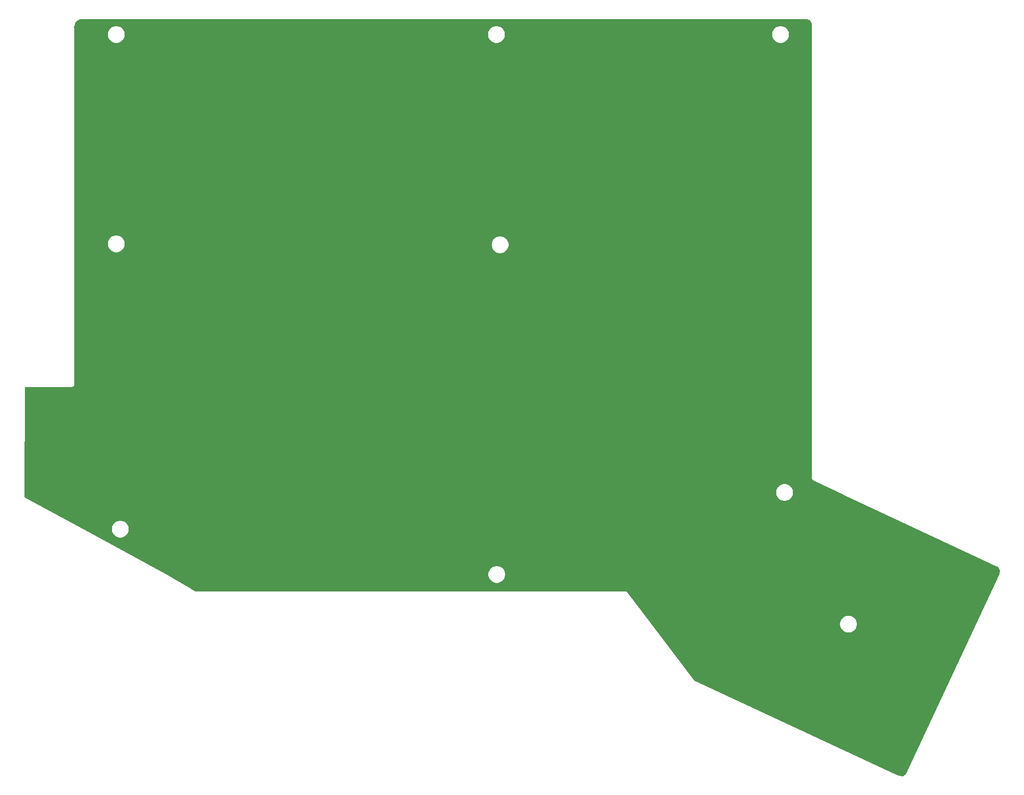
<source format=gbr>
G04 #@! TF.GenerationSoftware,KiCad,Pcbnew,(5.1.5)-3*
G04 #@! TF.CreationDate,2020-03-17T18:41:58+05:30*
G04 #@! TF.ProjectId,ergocape,6572676f-6361-4706-952e-6b696361645f,rev?*
G04 #@! TF.SameCoordinates,Original*
G04 #@! TF.FileFunction,Copper,L2,Bot*
G04 #@! TF.FilePolarity,Positive*
%FSLAX46Y46*%
G04 Gerber Fmt 4.6, Leading zero omitted, Abs format (unit mm)*
G04 Created by KiCad (PCBNEW (5.1.5)-3) date 2020-03-17 18:41:58*
%MOMM*%
%LPD*%
G04 APERTURE LIST*
%ADD10C,0.254000*%
G04 APERTURE END LIST*
D10*
G36*
X39347601Y-17728000D02*
G01*
X171379695Y-17728000D01*
X171613952Y-17750969D01*
X171817830Y-17812523D01*
X172005868Y-17912505D01*
X172170906Y-18047107D01*
X172306659Y-18211205D01*
X172407950Y-18398540D01*
X172470925Y-18601980D01*
X172495400Y-18834842D01*
X172495401Y-103212348D01*
X172492650Y-105145984D01*
X172491099Y-105156003D01*
X172492587Y-105190804D01*
X172492569Y-105203150D01*
X172493543Y-105213190D01*
X172494935Y-105245745D01*
X172497873Y-105257801D01*
X172499072Y-105270152D01*
X172508484Y-105301337D01*
X172516204Y-105333014D01*
X172521442Y-105344274D01*
X172525025Y-105356145D01*
X172540341Y-105384898D01*
X172554092Y-105414456D01*
X172561421Y-105424471D01*
X172567255Y-105435423D01*
X172587893Y-105460644D01*
X172607139Y-105486943D01*
X172616279Y-105495334D01*
X172624139Y-105504939D01*
X172649305Y-105525652D01*
X172673309Y-105547688D01*
X172683912Y-105554135D01*
X172693493Y-105562021D01*
X172722209Y-105577423D01*
X172730827Y-105582663D01*
X172741951Y-105588011D01*
X172772651Y-105604477D01*
X172782350Y-105607434D01*
X178580328Y-108394998D01*
X178582653Y-108396374D01*
X178600517Y-108404704D01*
X178618267Y-108413238D01*
X178620803Y-108414164D01*
X207647850Y-121949698D01*
X207841914Y-122064466D01*
X207993286Y-122199809D01*
X208115487Y-122361974D01*
X208203863Y-122544790D01*
X208255046Y-122741283D01*
X208267088Y-122943977D01*
X208239530Y-123145155D01*
X208166535Y-123357146D01*
X190527501Y-161184181D01*
X190412728Y-161378252D01*
X190277386Y-161529624D01*
X190115221Y-161651825D01*
X189932405Y-161740201D01*
X189814884Y-161770813D01*
X188939127Y-161618508D01*
X150261975Y-143583058D01*
X142059870Y-132736723D01*
X177822908Y-132736723D01*
X177822908Y-133077701D01*
X177889429Y-133412126D01*
X178019915Y-133727148D01*
X178209352Y-134010660D01*
X178450460Y-134251768D01*
X178733972Y-134441205D01*
X179048994Y-134571691D01*
X179383419Y-134638212D01*
X179724397Y-134638212D01*
X180058822Y-134571691D01*
X180373844Y-134441205D01*
X180657356Y-134251768D01*
X180898464Y-134010660D01*
X181087901Y-133727148D01*
X181218387Y-133412126D01*
X181284908Y-133077701D01*
X181284908Y-132736723D01*
X181218387Y-132402298D01*
X181087901Y-132087276D01*
X180898464Y-131803764D01*
X180657356Y-131562656D01*
X180373844Y-131373219D01*
X180058822Y-131242733D01*
X179724397Y-131176212D01*
X179383419Y-131176212D01*
X179048994Y-131242733D01*
X178733972Y-131373219D01*
X178450460Y-131562656D01*
X178209352Y-131803764D01*
X178019915Y-132087276D01*
X177889429Y-132402298D01*
X177822908Y-132736723D01*
X142059870Y-132736723D01*
X137535292Y-126753493D01*
X137530984Y-126745434D01*
X137508236Y-126717716D01*
X137500202Y-126707091D01*
X137494050Y-126700429D01*
X137474001Y-126675999D01*
X137463629Y-126667487D01*
X137454532Y-126657636D01*
X137428990Y-126639060D01*
X137404566Y-126619016D01*
X137392732Y-126612691D01*
X137381888Y-126604804D01*
X137353218Y-126591570D01*
X137325348Y-126576673D01*
X137312508Y-126572778D01*
X137300333Y-126567158D01*
X137269630Y-126559771D01*
X137239392Y-126550598D01*
X137226040Y-126549283D01*
X137213002Y-126546146D01*
X137181443Y-126544891D01*
X137172399Y-126544000D01*
X137159050Y-126544000D01*
X137123250Y-126542576D01*
X137114231Y-126544000D01*
X55244305Y-126544000D01*
X54099406Y-125857062D01*
X54097113Y-125855403D01*
X54080134Y-125845499D01*
X54063403Y-125835460D01*
X54060864Y-125834257D01*
X51043452Y-124074101D01*
X51038020Y-124070405D01*
X51024087Y-124062805D01*
X51010417Y-124054831D01*
X51004461Y-124052100D01*
X49577048Y-123273511D01*
X110855000Y-123273511D01*
X110855000Y-123614489D01*
X110921521Y-123948914D01*
X111052007Y-124263936D01*
X111241444Y-124547448D01*
X111482552Y-124788556D01*
X111766064Y-124977993D01*
X112081086Y-125108479D01*
X112415511Y-125175000D01*
X112756489Y-125175000D01*
X113090914Y-125108479D01*
X113405936Y-124977993D01*
X113689448Y-124788556D01*
X113930556Y-124547448D01*
X114119993Y-124263936D01*
X114250479Y-123948914D01*
X114317000Y-123614489D01*
X114317000Y-123273511D01*
X114250479Y-122939086D01*
X114119993Y-122624064D01*
X113930556Y-122340552D01*
X113689448Y-122099444D01*
X113405936Y-121910007D01*
X113090914Y-121779521D01*
X112756489Y-121713000D01*
X112415511Y-121713000D01*
X112081086Y-121779521D01*
X111766064Y-121910007D01*
X111482552Y-122099444D01*
X111241444Y-122340552D01*
X111052007Y-122624064D01*
X110921521Y-122939086D01*
X110855000Y-123273511D01*
X49577048Y-123273511D01*
X33744381Y-114637511D01*
X39163000Y-114637511D01*
X39163000Y-114978489D01*
X39229521Y-115312914D01*
X39360007Y-115627936D01*
X39549444Y-115911448D01*
X39790552Y-116152556D01*
X40074064Y-116341993D01*
X40389086Y-116472479D01*
X40723511Y-116539000D01*
X41064489Y-116539000D01*
X41398914Y-116472479D01*
X41713936Y-116341993D01*
X41997448Y-116152556D01*
X42238556Y-115911448D01*
X42427993Y-115627936D01*
X42558479Y-115312914D01*
X42625000Y-114978489D01*
X42625000Y-114637511D01*
X42558479Y-114303086D01*
X42427993Y-113988064D01*
X42238556Y-113704552D01*
X41997448Y-113463444D01*
X41713936Y-113274007D01*
X41398914Y-113143521D01*
X41064489Y-113077000D01*
X40723511Y-113077000D01*
X40389086Y-113143521D01*
X40074064Y-113274007D01*
X39790552Y-113463444D01*
X39549444Y-113704552D01*
X39360007Y-113988064D01*
X39229521Y-114303086D01*
X39163000Y-114637511D01*
X33744381Y-114637511D01*
X23090857Y-108826498D01*
X23083963Y-108822159D01*
X23071221Y-108815788D01*
X23058692Y-108808954D01*
X23051181Y-108805768D01*
X22808000Y-108684178D01*
X22808000Y-107652511D01*
X165655000Y-107652511D01*
X165655000Y-107993489D01*
X165721521Y-108327914D01*
X165852007Y-108642936D01*
X166041444Y-108926448D01*
X166282552Y-109167556D01*
X166566064Y-109356993D01*
X166881086Y-109487479D01*
X167215511Y-109554000D01*
X167556489Y-109554000D01*
X167890914Y-109487479D01*
X168205936Y-109356993D01*
X168489448Y-109167556D01*
X168730556Y-108926448D01*
X168919993Y-108642936D01*
X169050479Y-108327914D01*
X169117000Y-107993489D01*
X169117000Y-107652511D01*
X169050479Y-107318086D01*
X168919993Y-107003064D01*
X168730556Y-106719552D01*
X168489448Y-106478444D01*
X168205936Y-106289007D01*
X167890914Y-106158521D01*
X167556489Y-106092000D01*
X167215511Y-106092000D01*
X166881086Y-106158521D01*
X166566064Y-106289007D01*
X166282552Y-106478444D01*
X166041444Y-106719552D01*
X165852007Y-107003064D01*
X165721521Y-107318086D01*
X165655000Y-107652511D01*
X22808000Y-107652511D01*
X22808000Y-98197762D01*
X22826040Y-98138292D01*
X22833000Y-98067626D01*
X22833000Y-87857000D01*
X31726381Y-87857000D01*
X31749997Y-87859326D01*
X31773615Y-87857000D01*
X31773626Y-87857000D01*
X31844292Y-87850040D01*
X31934961Y-87822536D01*
X32018522Y-87777872D01*
X32091764Y-87717764D01*
X32151872Y-87644522D01*
X32196536Y-87560961D01*
X32224040Y-87470292D01*
X32233327Y-87376000D01*
X32230999Y-87352367D01*
X32231182Y-60281511D01*
X38401000Y-60281511D01*
X38401000Y-60622489D01*
X38467521Y-60956914D01*
X38598007Y-61271936D01*
X38787444Y-61555448D01*
X39028552Y-61796556D01*
X39312064Y-61985993D01*
X39627086Y-62116479D01*
X39961511Y-62183000D01*
X40302489Y-62183000D01*
X40636914Y-62116479D01*
X40951936Y-61985993D01*
X41235448Y-61796556D01*
X41476556Y-61555448D01*
X41665993Y-61271936D01*
X41796479Y-60956914D01*
X41863000Y-60622489D01*
X41863000Y-60472011D01*
X111489000Y-60472011D01*
X111489000Y-60812989D01*
X111555521Y-61147414D01*
X111686007Y-61462436D01*
X111875444Y-61745948D01*
X112116552Y-61987056D01*
X112400064Y-62176493D01*
X112715086Y-62306979D01*
X113049511Y-62373500D01*
X113390489Y-62373500D01*
X113724914Y-62306979D01*
X114039936Y-62176493D01*
X114323448Y-61987056D01*
X114564556Y-61745948D01*
X114753993Y-61462436D01*
X114884479Y-61147414D01*
X114951000Y-60812989D01*
X114951000Y-60472011D01*
X114884479Y-60137586D01*
X114753993Y-59822564D01*
X114564556Y-59539052D01*
X114323448Y-59297944D01*
X114039936Y-59108507D01*
X113724914Y-58978021D01*
X113390489Y-58911500D01*
X113049511Y-58911500D01*
X112715086Y-58978021D01*
X112400064Y-59108507D01*
X112116552Y-59297944D01*
X111875444Y-59539052D01*
X111686007Y-59822564D01*
X111555521Y-60137586D01*
X111489000Y-60472011D01*
X41863000Y-60472011D01*
X41863000Y-60281511D01*
X41796479Y-59947086D01*
X41665993Y-59632064D01*
X41476556Y-59348552D01*
X41235448Y-59107444D01*
X40951936Y-58918007D01*
X40636914Y-58787521D01*
X40302489Y-58721000D01*
X39961511Y-58721000D01*
X39627086Y-58787521D01*
X39312064Y-58918007D01*
X39028552Y-59107444D01*
X38787444Y-59348552D01*
X38598007Y-59632064D01*
X38467521Y-59947086D01*
X38401000Y-60281511D01*
X32231182Y-60281511D01*
X32231453Y-20403511D01*
X38401000Y-20403511D01*
X38401000Y-20744489D01*
X38467521Y-21078914D01*
X38598007Y-21393936D01*
X38787444Y-21677448D01*
X39028552Y-21918556D01*
X39312064Y-22107993D01*
X39627086Y-22238479D01*
X39961511Y-22305000D01*
X40302489Y-22305000D01*
X40636914Y-22238479D01*
X40951936Y-22107993D01*
X41235448Y-21918556D01*
X41476556Y-21677448D01*
X41665993Y-21393936D01*
X41796479Y-21078914D01*
X41863000Y-20744489D01*
X41863000Y-20403511D01*
X110791000Y-20403511D01*
X110791000Y-20744489D01*
X110857521Y-21078914D01*
X110988007Y-21393936D01*
X111177444Y-21677448D01*
X111418552Y-21918556D01*
X111702064Y-22107993D01*
X112017086Y-22238479D01*
X112351511Y-22305000D01*
X112692489Y-22305000D01*
X113026914Y-22238479D01*
X113341936Y-22107993D01*
X113625448Y-21918556D01*
X113866556Y-21677448D01*
X114055993Y-21393936D01*
X114186479Y-21078914D01*
X114253000Y-20744489D01*
X114253000Y-20403511D01*
X164893000Y-20403511D01*
X164893000Y-20744489D01*
X164959521Y-21078914D01*
X165090007Y-21393936D01*
X165279444Y-21677448D01*
X165520552Y-21918556D01*
X165804064Y-22107993D01*
X166119086Y-22238479D01*
X166453511Y-22305000D01*
X166794489Y-22305000D01*
X167128914Y-22238479D01*
X167443936Y-22107993D01*
X167727448Y-21918556D01*
X167968556Y-21677448D01*
X168157993Y-21393936D01*
X168288479Y-21078914D01*
X168355000Y-20744489D01*
X168355000Y-20403511D01*
X168288479Y-20069086D01*
X168157993Y-19754064D01*
X167968556Y-19470552D01*
X167727448Y-19229444D01*
X167443936Y-19040007D01*
X167128914Y-18909521D01*
X166794489Y-18843000D01*
X166453511Y-18843000D01*
X166119086Y-18909521D01*
X165804064Y-19040007D01*
X165520552Y-19229444D01*
X165279444Y-19470552D01*
X165090007Y-19754064D01*
X164959521Y-20069086D01*
X164893000Y-20403511D01*
X114253000Y-20403511D01*
X114186479Y-20069086D01*
X114055993Y-19754064D01*
X113866556Y-19470552D01*
X113625448Y-19229444D01*
X113341936Y-19040007D01*
X113026914Y-18909521D01*
X112692489Y-18843000D01*
X112351511Y-18843000D01*
X112017086Y-18909521D01*
X111702064Y-19040007D01*
X111418552Y-19229444D01*
X111177444Y-19470552D01*
X110988007Y-19754064D01*
X110857521Y-20069086D01*
X110791000Y-20403511D01*
X41863000Y-20403511D01*
X41796479Y-20069086D01*
X41665993Y-19754064D01*
X41476556Y-19470552D01*
X41235448Y-19229444D01*
X40951936Y-19040007D01*
X40636914Y-18909521D01*
X40302489Y-18843000D01*
X39961511Y-18843000D01*
X39627086Y-18909521D01*
X39312064Y-19040007D01*
X39028552Y-19229444D01*
X38787444Y-19470552D01*
X38598007Y-19754064D01*
X38467521Y-20069086D01*
X38401000Y-20403511D01*
X32231453Y-20403511D01*
X32231461Y-19330538D01*
X32224501Y-19259872D01*
X32216509Y-19233526D01*
X32230930Y-19036483D01*
X32312430Y-18740306D01*
X32449904Y-18465604D01*
X32638123Y-18222829D01*
X32869907Y-18021240D01*
X33136432Y-17868511D01*
X33427551Y-17770458D01*
X33752210Y-17728209D01*
X33761642Y-17728001D01*
X39347591Y-17727999D01*
X39347601Y-17728000D01*
G37*
X39347601Y-17728000D02*
X171379695Y-17728000D01*
X171613952Y-17750969D01*
X171817830Y-17812523D01*
X172005868Y-17912505D01*
X172170906Y-18047107D01*
X172306659Y-18211205D01*
X172407950Y-18398540D01*
X172470925Y-18601980D01*
X172495400Y-18834842D01*
X172495401Y-103212348D01*
X172492650Y-105145984D01*
X172491099Y-105156003D01*
X172492587Y-105190804D01*
X172492569Y-105203150D01*
X172493543Y-105213190D01*
X172494935Y-105245745D01*
X172497873Y-105257801D01*
X172499072Y-105270152D01*
X172508484Y-105301337D01*
X172516204Y-105333014D01*
X172521442Y-105344274D01*
X172525025Y-105356145D01*
X172540341Y-105384898D01*
X172554092Y-105414456D01*
X172561421Y-105424471D01*
X172567255Y-105435423D01*
X172587893Y-105460644D01*
X172607139Y-105486943D01*
X172616279Y-105495334D01*
X172624139Y-105504939D01*
X172649305Y-105525652D01*
X172673309Y-105547688D01*
X172683912Y-105554135D01*
X172693493Y-105562021D01*
X172722209Y-105577423D01*
X172730827Y-105582663D01*
X172741951Y-105588011D01*
X172772651Y-105604477D01*
X172782350Y-105607434D01*
X178580328Y-108394998D01*
X178582653Y-108396374D01*
X178600517Y-108404704D01*
X178618267Y-108413238D01*
X178620803Y-108414164D01*
X207647850Y-121949698D01*
X207841914Y-122064466D01*
X207993286Y-122199809D01*
X208115487Y-122361974D01*
X208203863Y-122544790D01*
X208255046Y-122741283D01*
X208267088Y-122943977D01*
X208239530Y-123145155D01*
X208166535Y-123357146D01*
X190527501Y-161184181D01*
X190412728Y-161378252D01*
X190277386Y-161529624D01*
X190115221Y-161651825D01*
X189932405Y-161740201D01*
X189814884Y-161770813D01*
X188939127Y-161618508D01*
X150261975Y-143583058D01*
X142059870Y-132736723D01*
X177822908Y-132736723D01*
X177822908Y-133077701D01*
X177889429Y-133412126D01*
X178019915Y-133727148D01*
X178209352Y-134010660D01*
X178450460Y-134251768D01*
X178733972Y-134441205D01*
X179048994Y-134571691D01*
X179383419Y-134638212D01*
X179724397Y-134638212D01*
X180058822Y-134571691D01*
X180373844Y-134441205D01*
X180657356Y-134251768D01*
X180898464Y-134010660D01*
X181087901Y-133727148D01*
X181218387Y-133412126D01*
X181284908Y-133077701D01*
X181284908Y-132736723D01*
X181218387Y-132402298D01*
X181087901Y-132087276D01*
X180898464Y-131803764D01*
X180657356Y-131562656D01*
X180373844Y-131373219D01*
X180058822Y-131242733D01*
X179724397Y-131176212D01*
X179383419Y-131176212D01*
X179048994Y-131242733D01*
X178733972Y-131373219D01*
X178450460Y-131562656D01*
X178209352Y-131803764D01*
X178019915Y-132087276D01*
X177889429Y-132402298D01*
X177822908Y-132736723D01*
X142059870Y-132736723D01*
X137535292Y-126753493D01*
X137530984Y-126745434D01*
X137508236Y-126717716D01*
X137500202Y-126707091D01*
X137494050Y-126700429D01*
X137474001Y-126675999D01*
X137463629Y-126667487D01*
X137454532Y-126657636D01*
X137428990Y-126639060D01*
X137404566Y-126619016D01*
X137392732Y-126612691D01*
X137381888Y-126604804D01*
X137353218Y-126591570D01*
X137325348Y-126576673D01*
X137312508Y-126572778D01*
X137300333Y-126567158D01*
X137269630Y-126559771D01*
X137239392Y-126550598D01*
X137226040Y-126549283D01*
X137213002Y-126546146D01*
X137181443Y-126544891D01*
X137172399Y-126544000D01*
X137159050Y-126544000D01*
X137123250Y-126542576D01*
X137114231Y-126544000D01*
X55244305Y-126544000D01*
X54099406Y-125857062D01*
X54097113Y-125855403D01*
X54080134Y-125845499D01*
X54063403Y-125835460D01*
X54060864Y-125834257D01*
X51043452Y-124074101D01*
X51038020Y-124070405D01*
X51024087Y-124062805D01*
X51010417Y-124054831D01*
X51004461Y-124052100D01*
X49577048Y-123273511D01*
X110855000Y-123273511D01*
X110855000Y-123614489D01*
X110921521Y-123948914D01*
X111052007Y-124263936D01*
X111241444Y-124547448D01*
X111482552Y-124788556D01*
X111766064Y-124977993D01*
X112081086Y-125108479D01*
X112415511Y-125175000D01*
X112756489Y-125175000D01*
X113090914Y-125108479D01*
X113405936Y-124977993D01*
X113689448Y-124788556D01*
X113930556Y-124547448D01*
X114119993Y-124263936D01*
X114250479Y-123948914D01*
X114317000Y-123614489D01*
X114317000Y-123273511D01*
X114250479Y-122939086D01*
X114119993Y-122624064D01*
X113930556Y-122340552D01*
X113689448Y-122099444D01*
X113405936Y-121910007D01*
X113090914Y-121779521D01*
X112756489Y-121713000D01*
X112415511Y-121713000D01*
X112081086Y-121779521D01*
X111766064Y-121910007D01*
X111482552Y-122099444D01*
X111241444Y-122340552D01*
X111052007Y-122624064D01*
X110921521Y-122939086D01*
X110855000Y-123273511D01*
X49577048Y-123273511D01*
X33744381Y-114637511D01*
X39163000Y-114637511D01*
X39163000Y-114978489D01*
X39229521Y-115312914D01*
X39360007Y-115627936D01*
X39549444Y-115911448D01*
X39790552Y-116152556D01*
X40074064Y-116341993D01*
X40389086Y-116472479D01*
X40723511Y-116539000D01*
X41064489Y-116539000D01*
X41398914Y-116472479D01*
X41713936Y-116341993D01*
X41997448Y-116152556D01*
X42238556Y-115911448D01*
X42427993Y-115627936D01*
X42558479Y-115312914D01*
X42625000Y-114978489D01*
X42625000Y-114637511D01*
X42558479Y-114303086D01*
X42427993Y-113988064D01*
X42238556Y-113704552D01*
X41997448Y-113463444D01*
X41713936Y-113274007D01*
X41398914Y-113143521D01*
X41064489Y-113077000D01*
X40723511Y-113077000D01*
X40389086Y-113143521D01*
X40074064Y-113274007D01*
X39790552Y-113463444D01*
X39549444Y-113704552D01*
X39360007Y-113988064D01*
X39229521Y-114303086D01*
X39163000Y-114637511D01*
X33744381Y-114637511D01*
X23090857Y-108826498D01*
X23083963Y-108822159D01*
X23071221Y-108815788D01*
X23058692Y-108808954D01*
X23051181Y-108805768D01*
X22808000Y-108684178D01*
X22808000Y-107652511D01*
X165655000Y-107652511D01*
X165655000Y-107993489D01*
X165721521Y-108327914D01*
X165852007Y-108642936D01*
X166041444Y-108926448D01*
X166282552Y-109167556D01*
X166566064Y-109356993D01*
X166881086Y-109487479D01*
X167215511Y-109554000D01*
X167556489Y-109554000D01*
X167890914Y-109487479D01*
X168205936Y-109356993D01*
X168489448Y-109167556D01*
X168730556Y-108926448D01*
X168919993Y-108642936D01*
X169050479Y-108327914D01*
X169117000Y-107993489D01*
X169117000Y-107652511D01*
X169050479Y-107318086D01*
X168919993Y-107003064D01*
X168730556Y-106719552D01*
X168489448Y-106478444D01*
X168205936Y-106289007D01*
X167890914Y-106158521D01*
X167556489Y-106092000D01*
X167215511Y-106092000D01*
X166881086Y-106158521D01*
X166566064Y-106289007D01*
X166282552Y-106478444D01*
X166041444Y-106719552D01*
X165852007Y-107003064D01*
X165721521Y-107318086D01*
X165655000Y-107652511D01*
X22808000Y-107652511D01*
X22808000Y-98197762D01*
X22826040Y-98138292D01*
X22833000Y-98067626D01*
X22833000Y-87857000D01*
X31726381Y-87857000D01*
X31749997Y-87859326D01*
X31773615Y-87857000D01*
X31773626Y-87857000D01*
X31844292Y-87850040D01*
X31934961Y-87822536D01*
X32018522Y-87777872D01*
X32091764Y-87717764D01*
X32151872Y-87644522D01*
X32196536Y-87560961D01*
X32224040Y-87470292D01*
X32233327Y-87376000D01*
X32230999Y-87352367D01*
X32231182Y-60281511D01*
X38401000Y-60281511D01*
X38401000Y-60622489D01*
X38467521Y-60956914D01*
X38598007Y-61271936D01*
X38787444Y-61555448D01*
X39028552Y-61796556D01*
X39312064Y-61985993D01*
X39627086Y-62116479D01*
X39961511Y-62183000D01*
X40302489Y-62183000D01*
X40636914Y-62116479D01*
X40951936Y-61985993D01*
X41235448Y-61796556D01*
X41476556Y-61555448D01*
X41665993Y-61271936D01*
X41796479Y-60956914D01*
X41863000Y-60622489D01*
X41863000Y-60472011D01*
X111489000Y-60472011D01*
X111489000Y-60812989D01*
X111555521Y-61147414D01*
X111686007Y-61462436D01*
X111875444Y-61745948D01*
X112116552Y-61987056D01*
X112400064Y-62176493D01*
X112715086Y-62306979D01*
X113049511Y-62373500D01*
X113390489Y-62373500D01*
X113724914Y-62306979D01*
X114039936Y-62176493D01*
X114323448Y-61987056D01*
X114564556Y-61745948D01*
X114753993Y-61462436D01*
X114884479Y-61147414D01*
X114951000Y-60812989D01*
X114951000Y-60472011D01*
X114884479Y-60137586D01*
X114753993Y-59822564D01*
X114564556Y-59539052D01*
X114323448Y-59297944D01*
X114039936Y-59108507D01*
X113724914Y-58978021D01*
X113390489Y-58911500D01*
X113049511Y-58911500D01*
X112715086Y-58978021D01*
X112400064Y-59108507D01*
X112116552Y-59297944D01*
X111875444Y-59539052D01*
X111686007Y-59822564D01*
X111555521Y-60137586D01*
X111489000Y-60472011D01*
X41863000Y-60472011D01*
X41863000Y-60281511D01*
X41796479Y-59947086D01*
X41665993Y-59632064D01*
X41476556Y-59348552D01*
X41235448Y-59107444D01*
X40951936Y-58918007D01*
X40636914Y-58787521D01*
X40302489Y-58721000D01*
X39961511Y-58721000D01*
X39627086Y-58787521D01*
X39312064Y-58918007D01*
X39028552Y-59107444D01*
X38787444Y-59348552D01*
X38598007Y-59632064D01*
X38467521Y-59947086D01*
X38401000Y-60281511D01*
X32231182Y-60281511D01*
X32231453Y-20403511D01*
X38401000Y-20403511D01*
X38401000Y-20744489D01*
X38467521Y-21078914D01*
X38598007Y-21393936D01*
X38787444Y-21677448D01*
X39028552Y-21918556D01*
X39312064Y-22107993D01*
X39627086Y-22238479D01*
X39961511Y-22305000D01*
X40302489Y-22305000D01*
X40636914Y-22238479D01*
X40951936Y-22107993D01*
X41235448Y-21918556D01*
X41476556Y-21677448D01*
X41665993Y-21393936D01*
X41796479Y-21078914D01*
X41863000Y-20744489D01*
X41863000Y-20403511D01*
X110791000Y-20403511D01*
X110791000Y-20744489D01*
X110857521Y-21078914D01*
X110988007Y-21393936D01*
X111177444Y-21677448D01*
X111418552Y-21918556D01*
X111702064Y-22107993D01*
X112017086Y-22238479D01*
X112351511Y-22305000D01*
X112692489Y-22305000D01*
X113026914Y-22238479D01*
X113341936Y-22107993D01*
X113625448Y-21918556D01*
X113866556Y-21677448D01*
X114055993Y-21393936D01*
X114186479Y-21078914D01*
X114253000Y-20744489D01*
X114253000Y-20403511D01*
X164893000Y-20403511D01*
X164893000Y-20744489D01*
X164959521Y-21078914D01*
X165090007Y-21393936D01*
X165279444Y-21677448D01*
X165520552Y-21918556D01*
X165804064Y-22107993D01*
X166119086Y-22238479D01*
X166453511Y-22305000D01*
X166794489Y-22305000D01*
X167128914Y-22238479D01*
X167443936Y-22107993D01*
X167727448Y-21918556D01*
X167968556Y-21677448D01*
X168157993Y-21393936D01*
X168288479Y-21078914D01*
X168355000Y-20744489D01*
X168355000Y-20403511D01*
X168288479Y-20069086D01*
X168157993Y-19754064D01*
X167968556Y-19470552D01*
X167727448Y-19229444D01*
X167443936Y-19040007D01*
X167128914Y-18909521D01*
X166794489Y-18843000D01*
X166453511Y-18843000D01*
X166119086Y-18909521D01*
X165804064Y-19040007D01*
X165520552Y-19229444D01*
X165279444Y-19470552D01*
X165090007Y-19754064D01*
X164959521Y-20069086D01*
X164893000Y-20403511D01*
X114253000Y-20403511D01*
X114186479Y-20069086D01*
X114055993Y-19754064D01*
X113866556Y-19470552D01*
X113625448Y-19229444D01*
X113341936Y-19040007D01*
X113026914Y-18909521D01*
X112692489Y-18843000D01*
X112351511Y-18843000D01*
X112017086Y-18909521D01*
X111702064Y-19040007D01*
X111418552Y-19229444D01*
X111177444Y-19470552D01*
X110988007Y-19754064D01*
X110857521Y-20069086D01*
X110791000Y-20403511D01*
X41863000Y-20403511D01*
X41796479Y-20069086D01*
X41665993Y-19754064D01*
X41476556Y-19470552D01*
X41235448Y-19229444D01*
X40951936Y-19040007D01*
X40636914Y-18909521D01*
X40302489Y-18843000D01*
X39961511Y-18843000D01*
X39627086Y-18909521D01*
X39312064Y-19040007D01*
X39028552Y-19229444D01*
X38787444Y-19470552D01*
X38598007Y-19754064D01*
X38467521Y-20069086D01*
X38401000Y-20403511D01*
X32231453Y-20403511D01*
X32231461Y-19330538D01*
X32224501Y-19259872D01*
X32216509Y-19233526D01*
X32230930Y-19036483D01*
X32312430Y-18740306D01*
X32449904Y-18465604D01*
X32638123Y-18222829D01*
X32869907Y-18021240D01*
X33136432Y-17868511D01*
X33427551Y-17770458D01*
X33752210Y-17728209D01*
X33761642Y-17728001D01*
X39347591Y-17727999D01*
X39347601Y-17728000D01*
M02*

</source>
